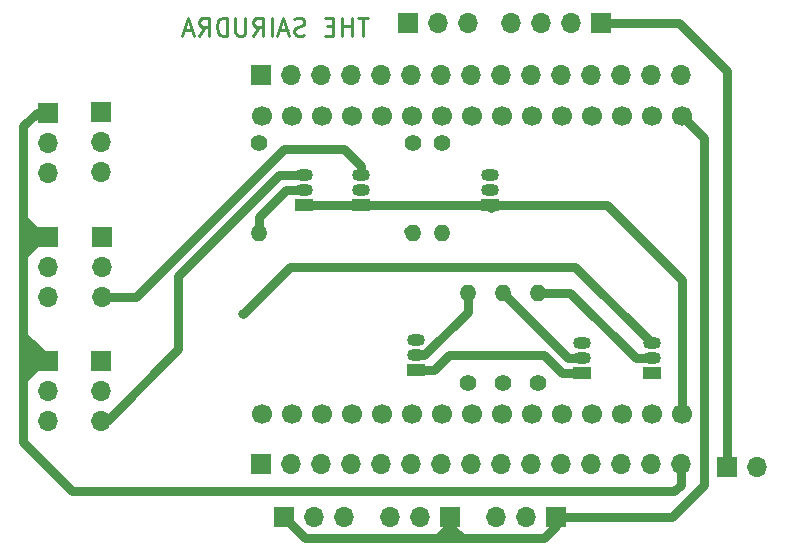
<source format=gbr>
%TF.GenerationSoftware,KiCad,Pcbnew,8.0.0*%
%TF.CreationDate,2025-01-05T23:08:37+05:30*%
%TF.ProjectId,sunday_pcb,73756e64-6179-45f7-9063-622e6b696361,rev?*%
%TF.SameCoordinates,Original*%
%TF.FileFunction,Copper,L2,Bot*%
%TF.FilePolarity,Positive*%
%FSLAX46Y46*%
G04 Gerber Fmt 4.6, Leading zero omitted, Abs format (unit mm)*
G04 Created by KiCad (PCBNEW 8.0.0) date 2025-01-05 23:08:37*
%MOMM*%
%LPD*%
G01*
G04 APERTURE LIST*
%ADD10C,0.250000*%
%TA.AperFunction,NonConductor*%
%ADD11C,0.250000*%
%TD*%
%TA.AperFunction,ComponentPad*%
%ADD12O,1.700000X1.700000*%
%TD*%
%TA.AperFunction,ComponentPad*%
%ADD13R,1.700000X1.700000*%
%TD*%
%TA.AperFunction,ComponentPad*%
%ADD14C,1.400000*%
%TD*%
%TA.AperFunction,ComponentPad*%
%ADD15O,1.400000X1.400000*%
%TD*%
%TA.AperFunction,ComponentPad*%
%ADD16C,1.700000*%
%TD*%
%TA.AperFunction,ComponentPad*%
%ADD17R,1.500000X1.050000*%
%TD*%
%TA.AperFunction,ComponentPad*%
%ADD18O,1.500000X1.050000*%
%TD*%
%TA.AperFunction,ViaPad*%
%ADD19C,0.800000*%
%TD*%
%TA.AperFunction,Conductor*%
%ADD20C,0.750000*%
%TD*%
G04 APERTURE END LIST*
D10*
D11*
X148192669Y-81803428D02*
X147335527Y-81803428D01*
X147764098Y-83303428D02*
X147764098Y-81803428D01*
X146835527Y-83303428D02*
X146835527Y-81803428D01*
X146835527Y-82517714D02*
X145978384Y-82517714D01*
X145978384Y-83303428D02*
X145978384Y-81803428D01*
X145264098Y-82517714D02*
X144764098Y-82517714D01*
X144549812Y-83303428D02*
X145264098Y-83303428D01*
X145264098Y-83303428D02*
X145264098Y-81803428D01*
X145264098Y-81803428D02*
X144549812Y-81803428D01*
X142835526Y-83232000D02*
X142621241Y-83303428D01*
X142621241Y-83303428D02*
X142264098Y-83303428D01*
X142264098Y-83303428D02*
X142121241Y-83232000D01*
X142121241Y-83232000D02*
X142049812Y-83160571D01*
X142049812Y-83160571D02*
X141978383Y-83017714D01*
X141978383Y-83017714D02*
X141978383Y-82874857D01*
X141978383Y-82874857D02*
X142049812Y-82732000D01*
X142049812Y-82732000D02*
X142121241Y-82660571D01*
X142121241Y-82660571D02*
X142264098Y-82589142D01*
X142264098Y-82589142D02*
X142549812Y-82517714D01*
X142549812Y-82517714D02*
X142692669Y-82446285D01*
X142692669Y-82446285D02*
X142764098Y-82374857D01*
X142764098Y-82374857D02*
X142835526Y-82232000D01*
X142835526Y-82232000D02*
X142835526Y-82089142D01*
X142835526Y-82089142D02*
X142764098Y-81946285D01*
X142764098Y-81946285D02*
X142692669Y-81874857D01*
X142692669Y-81874857D02*
X142549812Y-81803428D01*
X142549812Y-81803428D02*
X142192669Y-81803428D01*
X142192669Y-81803428D02*
X141978383Y-81874857D01*
X141406955Y-82874857D02*
X140692670Y-82874857D01*
X141549812Y-83303428D02*
X141049812Y-81803428D01*
X141049812Y-81803428D02*
X140549812Y-83303428D01*
X140049813Y-83303428D02*
X140049813Y-81803428D01*
X138478384Y-83303428D02*
X138978384Y-82589142D01*
X139335527Y-83303428D02*
X139335527Y-81803428D01*
X139335527Y-81803428D02*
X138764098Y-81803428D01*
X138764098Y-81803428D02*
X138621241Y-81874857D01*
X138621241Y-81874857D02*
X138549812Y-81946285D01*
X138549812Y-81946285D02*
X138478384Y-82089142D01*
X138478384Y-82089142D02*
X138478384Y-82303428D01*
X138478384Y-82303428D02*
X138549812Y-82446285D01*
X138549812Y-82446285D02*
X138621241Y-82517714D01*
X138621241Y-82517714D02*
X138764098Y-82589142D01*
X138764098Y-82589142D02*
X139335527Y-82589142D01*
X137835527Y-81803428D02*
X137835527Y-83017714D01*
X137835527Y-83017714D02*
X137764098Y-83160571D01*
X137764098Y-83160571D02*
X137692670Y-83232000D01*
X137692670Y-83232000D02*
X137549812Y-83303428D01*
X137549812Y-83303428D02*
X137264098Y-83303428D01*
X137264098Y-83303428D02*
X137121241Y-83232000D01*
X137121241Y-83232000D02*
X137049812Y-83160571D01*
X137049812Y-83160571D02*
X136978384Y-83017714D01*
X136978384Y-83017714D02*
X136978384Y-81803428D01*
X136264098Y-83303428D02*
X136264098Y-81803428D01*
X136264098Y-81803428D02*
X135906955Y-81803428D01*
X135906955Y-81803428D02*
X135692669Y-81874857D01*
X135692669Y-81874857D02*
X135549812Y-82017714D01*
X135549812Y-82017714D02*
X135478383Y-82160571D01*
X135478383Y-82160571D02*
X135406955Y-82446285D01*
X135406955Y-82446285D02*
X135406955Y-82660571D01*
X135406955Y-82660571D02*
X135478383Y-82946285D01*
X135478383Y-82946285D02*
X135549812Y-83089142D01*
X135549812Y-83089142D02*
X135692669Y-83232000D01*
X135692669Y-83232000D02*
X135906955Y-83303428D01*
X135906955Y-83303428D02*
X136264098Y-83303428D01*
X133906955Y-83303428D02*
X134406955Y-82589142D01*
X134764098Y-83303428D02*
X134764098Y-81803428D01*
X134764098Y-81803428D02*
X134192669Y-81803428D01*
X134192669Y-81803428D02*
X134049812Y-81874857D01*
X134049812Y-81874857D02*
X133978383Y-81946285D01*
X133978383Y-81946285D02*
X133906955Y-82089142D01*
X133906955Y-82089142D02*
X133906955Y-82303428D01*
X133906955Y-82303428D02*
X133978383Y-82446285D01*
X133978383Y-82446285D02*
X134049812Y-82517714D01*
X134049812Y-82517714D02*
X134192669Y-82589142D01*
X134192669Y-82589142D02*
X134764098Y-82589142D01*
X133335526Y-82874857D02*
X132621241Y-82874857D01*
X133478383Y-83303428D02*
X132978383Y-81803428D01*
X132978383Y-81803428D02*
X132478383Y-83303428D01*
D12*
%TO.P,J1,15,Pin_15*%
%TO.N,5V*%
X174680000Y-119620000D03*
%TO.P,J1,14,Pin_14*%
%TO.N,GND*%
X172140000Y-119620000D03*
%TO.P,J1,13,Pin_13*%
%TO.N,D_13*%
X169600000Y-119620000D03*
%TO.P,J1,12,Pin_12*%
%TO.N,D_12*%
X167060000Y-119620000D03*
%TO.P,J1,11,Pin_11*%
%TO.N,D_14*%
X164520000Y-119620000D03*
%TO.P,J1,10,Pin_10*%
%TO.N,ESP_RELAY_W1*%
X161980000Y-119620000D03*
%TO.P,J1,9,Pin_9*%
%TO.N,ESP_RELAY_W0*%
X159440000Y-119620000D03*
%TO.P,J1,8,Pin_8*%
%TO.N,ESP_RELAY_pH*%
X156900000Y-119620000D03*
%TO.P,J1,7,Pin_7*%
%TO.N,D_33*%
X154360000Y-119620000D03*
%TO.P,J1,6,Pin_6*%
%TO.N,RAIN*%
X151820000Y-119620000D03*
%TO.P,J1,5,Pin_5*%
%TO.N,GAS*%
X149280000Y-119620000D03*
%TO.P,J1,4,Pin_4*%
%TO.N,SOIL*%
X146740000Y-119620000D03*
%TO.P,J1,3,Pin_3*%
%TO.N,VN_0*%
X144200000Y-119620000D03*
%TO.P,J1,2,Pin_2*%
%TO.N,VP_0*%
X141660000Y-119620000D03*
D13*
%TO.P,J1,1,Pin_1*%
%TO.N,EN_0*%
X139120000Y-119620000D03*
%TD*%
D14*
%TO.P,R3,1*%
%TO.N,ESP_RELAY_K*%
X139000000Y-92370000D03*
D15*
%TO.P,R3,2*%
%TO.N,Net-(Q3-B)*%
X139000000Y-99990000D03*
%TD*%
D13*
%TO.P,RAIN0,1,Pin_1*%
%TO.N,3V*%
X164165000Y-124070000D03*
D12*
%TO.P,RAIN0,2,Pin_2*%
%TO.N,GND*%
X161625000Y-124070000D03*
%TO.P,RAIN0,3,Pin_3*%
%TO.N,RAIN*%
X159085000Y-124070000D03*
%TD*%
D14*
%TO.P,R6,1*%
%TO.N,ESP_RELAY_W0*%
X159640000Y-112680000D03*
D15*
%TO.P,R6,2*%
%TO.N,Net-(Q6-B)*%
X159640000Y-105060000D03*
%TD*%
D13*
%TO.P,J2,1,Pin_1*%
%TO.N,ESP_RELAY_K*%
X139160000Y-86620000D03*
D12*
%TO.P,J2,2,Pin_2*%
%TO.N,D_22*%
X141700000Y-86620000D03*
%TO.P,J2,3,Pin_3*%
%TO.N,TX_0*%
X144240000Y-86620000D03*
%TO.P,J2,4,Pin_4*%
%TO.N,RX_0*%
X146780000Y-86620000D03*
%TO.P,J2,5,Pin_5*%
%TO.N,D_21*%
X149320000Y-86620000D03*
%TO.P,J2,6,Pin_6*%
%TO.N,ESP_RELAY_P*%
X151860000Y-86620000D03*
%TO.P,J2,7,Pin_7*%
%TO.N,ESP_RELAY_N*%
X154400000Y-86620000D03*
%TO.P,J2,8,Pin_8*%
%TO.N,DHT*%
X156940000Y-86620000D03*
%TO.P,J2,9,Pin_9*%
%TO.N,TX2*%
X159480000Y-86620000D03*
%TO.P,J2,10,Pin_10*%
%TO.N,RX2*%
X162020000Y-86620000D03*
%TO.P,J2,11,Pin_11*%
%TO.N,D_4*%
X164560000Y-86620000D03*
%TO.P,J2,12,Pin_12*%
%TO.N,D_2*%
X167100000Y-86620000D03*
%TO.P,J2,13,Pin_13*%
%TO.N,D_15*%
X169640000Y-86620000D03*
%TO.P,J2,14,Pin_14*%
%TO.N,GND2*%
X172180000Y-86620000D03*
%TO.P,J2,15,Pin_15*%
%TO.N,3V*%
X174720000Y-86620000D03*
%TD*%
D13*
%TO.P,P,1,Pin_1*%
%TO.N,5V*%
X125690000Y-100400000D03*
D12*
%TO.P,P,2,Pin_2*%
%TO.N,GND*%
X125690000Y-102940000D03*
%TO.P,P,3,Pin_3*%
%TO.N,Net-(P0-Pin_3)*%
X125690000Y-105480000D03*
%TD*%
D13*
%TO.P,PowerIN_1,1,+*%
%TO.N,5V*%
X178600000Y-119870000D03*
D12*
%TO.P,PowerIN_1,2,-*%
%TO.N,GND*%
X181140000Y-119870000D03*
%TD*%
D14*
%TO.P,R2,1*%
%TO.N,ESP_RELAY_N*%
X154500000Y-92380000D03*
D15*
%TO.P,R2,2*%
%TO.N,Net-(Q1-B)*%
X154500000Y-100000000D03*
%TD*%
D13*
%TO.P,pH,1,Pin_1*%
%TO.N,5V*%
X121140000Y-89830000D03*
D12*
%TO.P,pH,2,Pin_2*%
%TO.N,GND*%
X121140000Y-92370000D03*
%TO.P,pH,3,Pin_3*%
%TO.N,Net-(Q4-E)*%
X121140000Y-94910000D03*
%TD*%
D16*
%TO.P,ESP32DEVKITV1,1,EN*%
%TO.N,EN_0*%
X139200000Y-115370000D03*
%TO.P,ESP32DEVKITV1,2,VP*%
%TO.N,VP_0*%
X141740000Y-115370000D03*
%TO.P,ESP32DEVKITV1,3,VN*%
%TO.N,VN_0*%
X144280000Y-115370000D03*
%TO.P,ESP32DEVKITV1,4,D34*%
%TO.N,SOIL*%
X146820000Y-115370000D03*
%TO.P,ESP32DEVKITV1,5,D35*%
%TO.N,GAS*%
X149360000Y-115370000D03*
%TO.P,ESP32DEVKITV1,6,D32*%
%TO.N,RAIN*%
X151900000Y-115370000D03*
%TO.P,ESP32DEVKITV1,7,D33*%
%TO.N,D_33*%
X154440000Y-115370000D03*
%TO.P,ESP32DEVKITV1,8,D25*%
%TO.N,ESP_RELAY_pH*%
X156980000Y-115370000D03*
%TO.P,ESP32DEVKITV1,9,D26*%
%TO.N,ESP_RELAY_W0*%
X159520000Y-115370000D03*
%TO.P,ESP32DEVKITV1,10,D27*%
%TO.N,ESP_RELAY_W1*%
X162060000Y-115370000D03*
%TO.P,ESP32DEVKITV1,11,D14*%
%TO.N,D_14*%
X164600000Y-115370000D03*
%TO.P,ESP32DEVKITV1,12,D12*%
%TO.N,D_12*%
X167140000Y-115370000D03*
%TO.P,ESP32DEVKITV1,13,D13*%
%TO.N,D_13*%
X169680000Y-115370000D03*
%TO.P,ESP32DEVKITV1,14,GND*%
%TO.N,GND*%
X172220000Y-115370000D03*
%TO.P,ESP32DEVKITV1,15,VIN*%
%TO.N,5V*%
X174760000Y-115370000D03*
%TO.P,ESP32DEVKITV1,16,3V3*%
%TO.N,3V*%
X174760000Y-90120000D03*
%TO.P,ESP32DEVKITV1,17,GND*%
%TO.N,GND2*%
X172220000Y-90120000D03*
%TO.P,ESP32DEVKITV1,18,D15*%
%TO.N,D_15*%
X169680000Y-90120000D03*
%TO.P,ESP32DEVKITV1,19,D2*%
%TO.N,D_2*%
X167140000Y-90120000D03*
%TO.P,ESP32DEVKITV1,20,D4*%
%TO.N,D_4*%
X164600000Y-90120000D03*
%TO.P,ESP32DEVKITV1,21,RX2*%
%TO.N,RX2*%
X162060000Y-90120000D03*
%TO.P,ESP32DEVKITV1,22,TX2*%
%TO.N,TX2*%
X159520000Y-90120000D03*
%TO.P,ESP32DEVKITV1,23,D5*%
%TO.N,DHT*%
X156980000Y-90120000D03*
%TO.P,ESP32DEVKITV1,24,D18*%
%TO.N,ESP_RELAY_N*%
X154440000Y-90120000D03*
%TO.P,ESP32DEVKITV1,25,D19*%
%TO.N,ESP_RELAY_P*%
X151900000Y-90120000D03*
%TO.P,ESP32DEVKITV1,26,D21*%
%TO.N,D_21*%
X149360000Y-90120000D03*
%TO.P,ESP32DEVKITV1,27,RX0*%
%TO.N,RX_0*%
X146820000Y-90120000D03*
%TO.P,ESP32DEVKITV1,28,TX0*%
%TO.N,TX_0*%
X144280000Y-90120000D03*
%TO.P,ESP32DEVKITV1,29,D22*%
%TO.N,D_22*%
X141740000Y-90120000D03*
%TO.P,ESP32DEVKITV1,30,D23*%
%TO.N,ESP_RELAY_K*%
X139200000Y-90120000D03*
%TD*%
D14*
%TO.P,R4,1*%
%TO.N,ESP_RELAY_pH*%
X156640000Y-112680000D03*
D15*
%TO.P,R4,2*%
%TO.N,Net-(Q4-B)*%
X156640000Y-105060000D03*
%TD*%
D13*
%TO.P,DHT11,1,Pin_1*%
%TO.N,3V*%
X151640000Y-82220000D03*
D12*
%TO.P,DHT11,2,Pin_2*%
%TO.N,GND2*%
X154180000Y-82220000D03*
%TO.P,DHT11,3,Pin_3*%
%TO.N,DHT*%
X156720000Y-82220000D03*
%TD*%
D13*
%TO.P,K,1,Pin_1*%
%TO.N,5V*%
X125640000Y-110830000D03*
D12*
%TO.P,K,2,Pin_2*%
%TO.N,GND*%
X125640000Y-113370000D03*
%TO.P,K,3,Pin_3*%
%TO.N,Net-(K0-Pin_3)*%
X125640000Y-115910000D03*
%TD*%
D13*
%TO.P,Water1,1,Pin_1*%
%TO.N,5V*%
X121140000Y-100330000D03*
D12*
%TO.P,Water1,2,Pin_2*%
%TO.N,GND*%
X121140000Y-102870000D03*
%TO.P,Water1,3,Pin_3*%
%TO.N,Net-(Q5-E)*%
X121140000Y-105410000D03*
%TD*%
D13*
%TO.P,N,1,Pin_1*%
%TO.N,5V*%
X125640000Y-89790000D03*
D12*
%TO.P,N,2,Pin_2*%
%TO.N,GND*%
X125640000Y-92330000D03*
%TO.P,N,3,Pin_3*%
%TO.N,Net-(N0-Pin_3)*%
X125640000Y-94870000D03*
%TD*%
D14*
%TO.P,R5,1*%
%TO.N,ESP_RELAY_W1*%
X162640000Y-112680000D03*
D15*
%TO.P,R5,2*%
%TO.N,Net-(Q5-B)*%
X162640000Y-105060000D03*
%TD*%
D13*
%TO.P,SOIL0,1,Pin_1*%
%TO.N,3V*%
X141060000Y-124045000D03*
D12*
%TO.P,SOIL0,2,Pin_2*%
%TO.N,GND*%
X143600000Y-124045000D03*
%TO.P,SOIL0,3,Pin_3*%
%TO.N,SOIL*%
X146140000Y-124045000D03*
%TD*%
D13*
%TO.P,GAS0,1,Pin_1*%
%TO.N,3V*%
X155165000Y-124070000D03*
D12*
%TO.P,GAS0,2,Pin_2*%
%TO.N,GND*%
X152625000Y-124070000D03*
%TO.P,GAS0,3,Pin_3*%
%TO.N,GAS*%
X150085000Y-124070000D03*
%TD*%
D14*
%TO.P,R1,1*%
%TO.N,ESP_RELAY_P*%
X152000000Y-92380000D03*
D15*
%TO.P,R1,2*%
%TO.N,Net-(Q2-B)*%
X152000000Y-100000000D03*
%TD*%
D13*
%TO.P,Water0,1,Pin_1*%
%TO.N,5V*%
X121140000Y-110830000D03*
D12*
%TO.P,Water0,2,Pin_2*%
%TO.N,GND*%
X121140000Y-113370000D03*
%TO.P,Water0,3,Pin_3*%
%TO.N,Net-(Q6-E)*%
X121140000Y-115910000D03*
%TD*%
D13*
%TO.P,J3,1,Pin_1*%
%TO.N,5V*%
X167940000Y-82245000D03*
D12*
%TO.P,J3,2,Pin_2*%
%TO.N,GND2*%
X165400000Y-82245000D03*
%TO.P,J3,3,Pin_3*%
%TO.N,RX2*%
X162860000Y-82245000D03*
%TO.P,J3,4,Pin_4*%
%TO.N,TX2*%
X160320000Y-82245000D03*
%TD*%
D17*
%TO.P,Q4,1,C*%
%TO.N,5V*%
X152280000Y-111640000D03*
D18*
%TO.P,Q4,2,B*%
%TO.N,Net-(Q4-B)*%
X152280000Y-110370000D03*
%TO.P,Q4,3,E*%
%TO.N,Net-(Q4-E)*%
X152280000Y-109100000D03*
%TD*%
D17*
%TO.P,Q2,1,C*%
%TO.N,5V*%
X147640000Y-97640000D03*
D18*
%TO.P,Q2,2,B*%
%TO.N,Net-(Q2-B)*%
X147640000Y-96370000D03*
%TO.P,Q2,3,E*%
%TO.N,Net-(P0-Pin_3)*%
X147640000Y-95100000D03*
%TD*%
D17*
%TO.P,Q3,1,C*%
%TO.N,5V*%
X142780000Y-97640000D03*
D18*
%TO.P,Q3,2,B*%
%TO.N,Net-(Q3-B)*%
X142780000Y-96370000D03*
%TO.P,Q3,3,E*%
%TO.N,Net-(K0-Pin_3)*%
X142780000Y-95100000D03*
%TD*%
D17*
%TO.P,Q1,1,C*%
%TO.N,5V*%
X158500000Y-97640000D03*
D18*
%TO.P,Q1,2,B*%
%TO.N,Net-(Q1-B)*%
X158500000Y-96370000D03*
%TO.P,Q1,3,E*%
%TO.N,Net-(N0-Pin_3)*%
X158500000Y-95100000D03*
%TD*%
D17*
%TO.P,Q5,1,C*%
%TO.N,5V*%
X172230000Y-111910000D03*
D18*
%TO.P,Q5,2,B*%
%TO.N,Net-(Q5-B)*%
X172230000Y-110640000D03*
%TO.P,Q5,3,E*%
%TO.N,Net-(Q5-E)*%
X172230000Y-109370000D03*
%TD*%
D17*
%TO.P,Q6,1,C*%
%TO.N,5V*%
X166370000Y-111870000D03*
D18*
%TO.P,Q6,2,B*%
%TO.N,Net-(Q6-B)*%
X166370000Y-110600000D03*
%TO.P,Q6,3,E*%
%TO.N,Net-(Q6-E)*%
X166370000Y-109330000D03*
%TD*%
D19*
%TO.N,Net-(Q5-E)*%
X137640000Y-106870000D03*
%TD*%
D20*
%TO.N,3V*%
X163140000Y-125870000D02*
X156140000Y-125870000D01*
X173940000Y-124070000D02*
X164165000Y-124070000D01*
X142885000Y-125870000D02*
X141060000Y-124045000D01*
X155165000Y-124070000D02*
X155165000Y-124845000D01*
X155165000Y-124895000D02*
X156140000Y-125870000D01*
X155140000Y-125870000D02*
X154140000Y-125870000D01*
X154140000Y-125870000D02*
X142885000Y-125870000D01*
X155140000Y-125870000D02*
X155165000Y-125845000D01*
X176640000Y-121370000D02*
X173940000Y-124070000D01*
X164165000Y-124070000D02*
X164165000Y-124845000D01*
X164165000Y-124845000D02*
X163140000Y-125870000D01*
X176640000Y-92000000D02*
X176640000Y-121370000D01*
X174760000Y-90120000D02*
X176640000Y-92000000D01*
X155165000Y-124070000D02*
X155165000Y-124895000D01*
X156140000Y-125870000D02*
X155140000Y-125870000D01*
X155165000Y-125845000D02*
X155165000Y-124070000D01*
X155165000Y-124845000D02*
X154140000Y-125870000D01*
%TO.N,VN_0*%
X144280000Y-115370000D02*
X144140000Y-115370000D01*
%TO.N,5V*%
X120555000Y-110830000D02*
X120077500Y-111307500D01*
X121140000Y-100330000D02*
X120475000Y-100330000D01*
X119015000Y-101870000D02*
X119015000Y-107870000D01*
X174515000Y-82245000D02*
X178600000Y-86330000D01*
X121140000Y-100330000D02*
X120555000Y-100330000D01*
X119390000Y-110620000D02*
X119015000Y-110995000D01*
X119265000Y-110120000D02*
X119015000Y-109870000D01*
X178600000Y-86330000D02*
X178600000Y-119870000D01*
X119015000Y-100370000D02*
X119015000Y-100870000D01*
X153780000Y-111640000D02*
X155050000Y-110370000D01*
X119015000Y-112370000D02*
X119015000Y-117745000D01*
X119015000Y-111870000D02*
X119015000Y-112370000D01*
X119015000Y-111370000D02*
X119015000Y-111870000D01*
X163140000Y-110370000D02*
X164640000Y-111870000D01*
X120015000Y-99870000D02*
X119015000Y-99870000D01*
X119910000Y-109600000D02*
X120160000Y-109850000D01*
X158500000Y-97640000D02*
X145640000Y-97640000D01*
X120600000Y-110830000D02*
X119890000Y-110120000D01*
X119015000Y-99870000D02*
X119015000Y-100370000D01*
X119015000Y-98870000D02*
X119015000Y-99870000D01*
X142780000Y-97640000D02*
X145640000Y-97640000D01*
X119890000Y-111120000D02*
X119390000Y-110620000D01*
X119015000Y-107870000D02*
X119015000Y-108705000D01*
X152280000Y-111640000D02*
X153780000Y-111640000D01*
X120160000Y-109850000D02*
X119890000Y-110120000D01*
X119015000Y-110995000D02*
X119015000Y-111370000D01*
X145640000Y-97640000D02*
X147640000Y-97640000D01*
X174140000Y-121870000D02*
X174680000Y-121330000D01*
X174680000Y-121330000D02*
X174680000Y-119620000D01*
X121140000Y-89830000D02*
X120180000Y-89830000D01*
X120077500Y-111307500D02*
X119015000Y-112370000D01*
X119015000Y-90995000D02*
X119015000Y-98870000D01*
X119015000Y-111870000D02*
X119140000Y-111870000D01*
X119140000Y-111870000D02*
X119890000Y-111120000D01*
X158640000Y-97780000D02*
X158640000Y-97870000D01*
X119015000Y-100870000D02*
X119015000Y-101870000D01*
X174760000Y-103990000D02*
X168410000Y-97640000D01*
X121140000Y-110830000D02*
X120600000Y-110830000D01*
X119265000Y-110120000D02*
X119390000Y-110120000D01*
X121140000Y-110830000D02*
X120555000Y-110830000D01*
X119327500Y-101557500D02*
X119015000Y-101245000D01*
X119827500Y-101057500D02*
X119827500Y-99682500D01*
X119015000Y-101245000D02*
X119015000Y-100870000D01*
X164640000Y-111870000D02*
X166370000Y-111870000D01*
X120475000Y-100330000D02*
X120327500Y-100182500D01*
X123140000Y-121870000D02*
X174140000Y-121870000D01*
X120327500Y-100182500D02*
X120015000Y-99870000D01*
X119327500Y-101557500D02*
X119015000Y-101870000D01*
X120160000Y-109850000D02*
X121140000Y-110830000D01*
X174760000Y-115370000D02*
X174760000Y-103990000D01*
X119015000Y-108705000D02*
X119910000Y-109600000D01*
X120555000Y-100330000D02*
X119827500Y-101057500D01*
X119015000Y-109870000D02*
X119015000Y-111370000D01*
X168410000Y-97640000D02*
X158500000Y-97640000D01*
X119827500Y-101057500D02*
X119327500Y-101557500D01*
X119890000Y-110120000D02*
X119390000Y-110620000D01*
X121140000Y-100330000D02*
X119055000Y-100330000D01*
X119015000Y-107870000D02*
X119015000Y-109870000D01*
X119202500Y-101057500D02*
X119015000Y-100870000D01*
X120327500Y-100182500D02*
X119827500Y-99682500D01*
X119827500Y-99682500D02*
X119015000Y-98870000D01*
X119827500Y-101057500D02*
X119202500Y-101057500D01*
X119015000Y-117745000D02*
X123140000Y-121870000D01*
X120180000Y-89830000D02*
X119015000Y-90995000D01*
X119890000Y-110120000D02*
X119265000Y-110120000D01*
X120077500Y-111307500D02*
X119890000Y-111120000D01*
X119390000Y-110120000D02*
X119910000Y-109600000D01*
X167940000Y-82245000D02*
X174515000Y-82245000D01*
X155050000Y-110370000D02*
X163140000Y-110370000D01*
X119055000Y-100330000D02*
X119015000Y-100370000D01*
%TO.N,Net-(K0-Pin_3)*%
X126100000Y-115910000D02*
X125640000Y-115910000D01*
X140660000Y-95100000D02*
X132140000Y-103620000D01*
X132140000Y-109870000D02*
X126100000Y-115910000D01*
X142780000Y-95100000D02*
X140660000Y-95100000D01*
X132140000Y-103620000D02*
X132140000Y-109870000D01*
%TO.N,Net-(P0-Pin_3)*%
X128530000Y-105480000D02*
X125690000Y-105480000D01*
X147640000Y-95100000D02*
X147640000Y-94370000D01*
X146140000Y-92870000D02*
X141140000Y-92870000D01*
X141140000Y-92870000D02*
X128530000Y-105480000D01*
X147640000Y-94370000D02*
X146140000Y-92870000D01*
%TO.N,Net-(Q2-B)*%
X152000000Y-100000000D02*
X151770000Y-100000000D01*
X151770000Y-100000000D02*
X151640000Y-99870000D01*
%TO.N,Net-(Q3-B)*%
X139000000Y-98650000D02*
X139000000Y-99990000D01*
X141280000Y-96370000D02*
X139000000Y-98650000D01*
X142780000Y-96370000D02*
X141280000Y-96370000D01*
%TO.N,Net-(Q4-B)*%
X152280000Y-110370000D02*
X152965317Y-110370000D01*
X152965317Y-110370000D02*
X156640000Y-106695317D01*
X156640000Y-106695317D02*
X156640000Y-105060000D01*
%TO.N,Net-(Q5-B)*%
X165330000Y-105060000D02*
X162640000Y-105060000D01*
X170910000Y-110640000D02*
X165330000Y-105060000D01*
X172230000Y-110640000D02*
X170910000Y-110640000D01*
%TO.N,Net-(Q5-E)*%
X165730000Y-102870000D02*
X172230000Y-109370000D01*
X137640000Y-106870000D02*
X141640000Y-102870000D01*
X141640000Y-102870000D02*
X165730000Y-102870000D01*
%TO.N,Net-(Q6-B)*%
X165180000Y-110600000D02*
X159640000Y-105060000D01*
X166370000Y-110600000D02*
X165180000Y-110600000D01*
%TO.N,GND2*%
X172220000Y-90120000D02*
X172220000Y-90290000D01*
X172220000Y-90290000D02*
X172140000Y-90370000D01*
%TD*%
M02*

</source>
